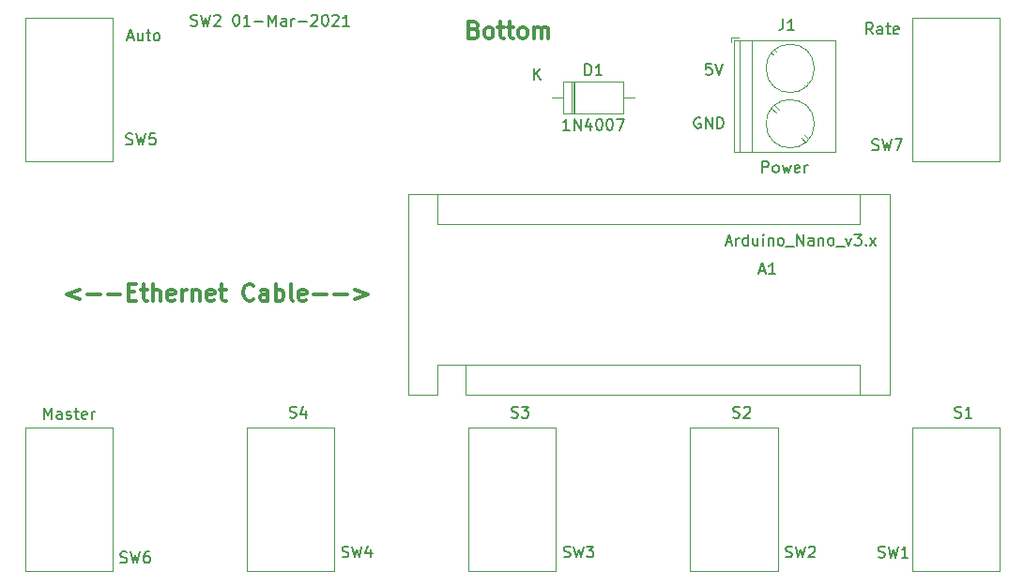
<source format=gbr>
G04 #@! TF.GenerationSoftware,KiCad,Pcbnew,(5.1.9)-1*
G04 #@! TF.CreationDate,2021-03-01T16:48:06-06:00*
G04 #@! TF.ProjectId,SW2,5357322e-6b69-4636-9164-5f7063625858,rev?*
G04 #@! TF.SameCoordinates,Original*
G04 #@! TF.FileFunction,Legend,Top*
G04 #@! TF.FilePolarity,Positive*
%FSLAX46Y46*%
G04 Gerber Fmt 4.6, Leading zero omitted, Abs format (unit mm)*
G04 Created by KiCad (PCBNEW (5.1.9)-1) date 2021-03-01 16:48:06*
%MOMM*%
%LPD*%
G01*
G04 APERTURE LIST*
%ADD10C,0.300000*%
%ADD11C,0.150000*%
%ADD12C,0.120000*%
G04 APERTURE END LIST*
D10*
X94073257Y-52293057D02*
X94287542Y-52364485D01*
X94358971Y-52435914D01*
X94430400Y-52578771D01*
X94430400Y-52793057D01*
X94358971Y-52935914D01*
X94287542Y-53007342D01*
X94144685Y-53078771D01*
X93573257Y-53078771D01*
X93573257Y-51578771D01*
X94073257Y-51578771D01*
X94216114Y-51650200D01*
X94287542Y-51721628D01*
X94358971Y-51864485D01*
X94358971Y-52007342D01*
X94287542Y-52150200D01*
X94216114Y-52221628D01*
X94073257Y-52293057D01*
X93573257Y-52293057D01*
X95287542Y-53078771D02*
X95144685Y-53007342D01*
X95073257Y-52935914D01*
X95001828Y-52793057D01*
X95001828Y-52364485D01*
X95073257Y-52221628D01*
X95144685Y-52150200D01*
X95287542Y-52078771D01*
X95501828Y-52078771D01*
X95644685Y-52150200D01*
X95716114Y-52221628D01*
X95787542Y-52364485D01*
X95787542Y-52793057D01*
X95716114Y-52935914D01*
X95644685Y-53007342D01*
X95501828Y-53078771D01*
X95287542Y-53078771D01*
X96216114Y-52078771D02*
X96787542Y-52078771D01*
X96430400Y-51578771D02*
X96430400Y-52864485D01*
X96501828Y-53007342D01*
X96644685Y-53078771D01*
X96787542Y-53078771D01*
X97073257Y-52078771D02*
X97644685Y-52078771D01*
X97287542Y-51578771D02*
X97287542Y-52864485D01*
X97358971Y-53007342D01*
X97501828Y-53078771D01*
X97644685Y-53078771D01*
X98358971Y-53078771D02*
X98216114Y-53007342D01*
X98144685Y-52935914D01*
X98073257Y-52793057D01*
X98073257Y-52364485D01*
X98144685Y-52221628D01*
X98216114Y-52150200D01*
X98358971Y-52078771D01*
X98573257Y-52078771D01*
X98716114Y-52150200D01*
X98787542Y-52221628D01*
X98858971Y-52364485D01*
X98858971Y-52793057D01*
X98787542Y-52935914D01*
X98716114Y-53007342D01*
X98573257Y-53078771D01*
X98358971Y-53078771D01*
X99501828Y-53078771D02*
X99501828Y-52078771D01*
X99501828Y-52221628D02*
X99573257Y-52150200D01*
X99716114Y-52078771D01*
X99930400Y-52078771D01*
X100073257Y-52150200D01*
X100144685Y-52293057D01*
X100144685Y-53078771D01*
X100144685Y-52293057D02*
X100216114Y-52150200D01*
X100358971Y-52078771D01*
X100573257Y-52078771D01*
X100716114Y-52150200D01*
X100787542Y-52293057D01*
X100787542Y-53078771D01*
X58462828Y-75776971D02*
X57319971Y-76205542D01*
X58462828Y-76634114D01*
X59177114Y-76205542D02*
X60319971Y-76205542D01*
X61034257Y-76205542D02*
X62177114Y-76205542D01*
X62891400Y-75991257D02*
X63391400Y-75991257D01*
X63605685Y-76776971D02*
X62891400Y-76776971D01*
X62891400Y-75276971D01*
X63605685Y-75276971D01*
X64034257Y-75776971D02*
X64605685Y-75776971D01*
X64248542Y-75276971D02*
X64248542Y-76562685D01*
X64319971Y-76705542D01*
X64462828Y-76776971D01*
X64605685Y-76776971D01*
X65105685Y-76776971D02*
X65105685Y-75276971D01*
X65748542Y-76776971D02*
X65748542Y-75991257D01*
X65677114Y-75848400D01*
X65534257Y-75776971D01*
X65319971Y-75776971D01*
X65177114Y-75848400D01*
X65105685Y-75919828D01*
X67034257Y-76705542D02*
X66891400Y-76776971D01*
X66605685Y-76776971D01*
X66462828Y-76705542D01*
X66391400Y-76562685D01*
X66391400Y-75991257D01*
X66462828Y-75848400D01*
X66605685Y-75776971D01*
X66891400Y-75776971D01*
X67034257Y-75848400D01*
X67105685Y-75991257D01*
X67105685Y-76134114D01*
X66391400Y-76276971D01*
X67748542Y-76776971D02*
X67748542Y-75776971D01*
X67748542Y-76062685D02*
X67819971Y-75919828D01*
X67891400Y-75848400D01*
X68034257Y-75776971D01*
X68177114Y-75776971D01*
X68677114Y-75776971D02*
X68677114Y-76776971D01*
X68677114Y-75919828D02*
X68748542Y-75848400D01*
X68891400Y-75776971D01*
X69105685Y-75776971D01*
X69248542Y-75848400D01*
X69319971Y-75991257D01*
X69319971Y-76776971D01*
X70605685Y-76705542D02*
X70462828Y-76776971D01*
X70177114Y-76776971D01*
X70034257Y-76705542D01*
X69962828Y-76562685D01*
X69962828Y-75991257D01*
X70034257Y-75848400D01*
X70177114Y-75776971D01*
X70462828Y-75776971D01*
X70605685Y-75848400D01*
X70677114Y-75991257D01*
X70677114Y-76134114D01*
X69962828Y-76276971D01*
X71105685Y-75776971D02*
X71677114Y-75776971D01*
X71319971Y-75276971D02*
X71319971Y-76562685D01*
X71391400Y-76705542D01*
X71534257Y-76776971D01*
X71677114Y-76776971D01*
X74177114Y-76634114D02*
X74105685Y-76705542D01*
X73891400Y-76776971D01*
X73748542Y-76776971D01*
X73534257Y-76705542D01*
X73391400Y-76562685D01*
X73319971Y-76419828D01*
X73248542Y-76134114D01*
X73248542Y-75919828D01*
X73319971Y-75634114D01*
X73391400Y-75491257D01*
X73534257Y-75348400D01*
X73748542Y-75276971D01*
X73891400Y-75276971D01*
X74105685Y-75348400D01*
X74177114Y-75419828D01*
X75462828Y-76776971D02*
X75462828Y-75991257D01*
X75391400Y-75848400D01*
X75248542Y-75776971D01*
X74962828Y-75776971D01*
X74819971Y-75848400D01*
X75462828Y-76705542D02*
X75319971Y-76776971D01*
X74962828Y-76776971D01*
X74819971Y-76705542D01*
X74748542Y-76562685D01*
X74748542Y-76419828D01*
X74819971Y-76276971D01*
X74962828Y-76205542D01*
X75319971Y-76205542D01*
X75462828Y-76134114D01*
X76177114Y-76776971D02*
X76177114Y-75276971D01*
X76177114Y-75848400D02*
X76319971Y-75776971D01*
X76605685Y-75776971D01*
X76748542Y-75848400D01*
X76819971Y-75919828D01*
X76891400Y-76062685D01*
X76891400Y-76491257D01*
X76819971Y-76634114D01*
X76748542Y-76705542D01*
X76605685Y-76776971D01*
X76319971Y-76776971D01*
X76177114Y-76705542D01*
X77748542Y-76776971D02*
X77605685Y-76705542D01*
X77534257Y-76562685D01*
X77534257Y-75276971D01*
X78891400Y-76705542D02*
X78748542Y-76776971D01*
X78462828Y-76776971D01*
X78319971Y-76705542D01*
X78248542Y-76562685D01*
X78248542Y-75991257D01*
X78319971Y-75848400D01*
X78462828Y-75776971D01*
X78748542Y-75776971D01*
X78891400Y-75848400D01*
X78962828Y-75991257D01*
X78962828Y-76134114D01*
X78248542Y-76276971D01*
X79605685Y-76205542D02*
X80748542Y-76205542D01*
X81462828Y-76205542D02*
X82605685Y-76205542D01*
X83319971Y-75776971D02*
X84462828Y-76205542D01*
X83319971Y-76634114D01*
D11*
X115481123Y-55383180D02*
X115004933Y-55383180D01*
X114957314Y-55859371D01*
X115004933Y-55811752D01*
X115100171Y-55764133D01*
X115338266Y-55764133D01*
X115433504Y-55811752D01*
X115481123Y-55859371D01*
X115528742Y-55954609D01*
X115528742Y-56192704D01*
X115481123Y-56287942D01*
X115433504Y-56335561D01*
X115338266Y-56383180D01*
X115100171Y-56383180D01*
X115004933Y-56335561D01*
X114957314Y-56287942D01*
X115814457Y-55383180D02*
X116147790Y-56383180D01*
X116481123Y-55383180D01*
X114477895Y-60282200D02*
X114382657Y-60234580D01*
X114239800Y-60234580D01*
X114096942Y-60282200D01*
X114001704Y-60377438D01*
X113954085Y-60472676D01*
X113906466Y-60663152D01*
X113906466Y-60806009D01*
X113954085Y-60996485D01*
X114001704Y-61091723D01*
X114096942Y-61186961D01*
X114239800Y-61234580D01*
X114335038Y-61234580D01*
X114477895Y-61186961D01*
X114525514Y-61139342D01*
X114525514Y-60806009D01*
X114335038Y-60806009D01*
X114954085Y-61234580D02*
X114954085Y-60234580D01*
X115525514Y-61234580D01*
X115525514Y-60234580D01*
X116001704Y-61234580D02*
X116001704Y-60234580D01*
X116239800Y-60234580D01*
X116382657Y-60282200D01*
X116477895Y-60377438D01*
X116525514Y-60472676D01*
X116573133Y-60663152D01*
X116573133Y-60806009D01*
X116525514Y-60996485D01*
X116477895Y-61091723D01*
X116382657Y-61186961D01*
X116239800Y-61234580D01*
X116001704Y-61234580D01*
X68523742Y-51915961D02*
X68666600Y-51963580D01*
X68904695Y-51963580D01*
X68999933Y-51915961D01*
X69047552Y-51868342D01*
X69095171Y-51773104D01*
X69095171Y-51677866D01*
X69047552Y-51582628D01*
X68999933Y-51535009D01*
X68904695Y-51487390D01*
X68714219Y-51439771D01*
X68618980Y-51392152D01*
X68571361Y-51344533D01*
X68523742Y-51249295D01*
X68523742Y-51154057D01*
X68571361Y-51058819D01*
X68618980Y-51011200D01*
X68714219Y-50963580D01*
X68952314Y-50963580D01*
X69095171Y-51011200D01*
X69428504Y-50963580D02*
X69666600Y-51963580D01*
X69857076Y-51249295D01*
X70047552Y-51963580D01*
X70285647Y-50963580D01*
X70618980Y-51058819D02*
X70666600Y-51011200D01*
X70761838Y-50963580D01*
X70999933Y-50963580D01*
X71095171Y-51011200D01*
X71142790Y-51058819D01*
X71190409Y-51154057D01*
X71190409Y-51249295D01*
X71142790Y-51392152D01*
X70571361Y-51963580D01*
X71190409Y-51963580D01*
X72571361Y-50963580D02*
X72666600Y-50963580D01*
X72761838Y-51011200D01*
X72809457Y-51058819D01*
X72857076Y-51154057D01*
X72904695Y-51344533D01*
X72904695Y-51582628D01*
X72857076Y-51773104D01*
X72809457Y-51868342D01*
X72761838Y-51915961D01*
X72666600Y-51963580D01*
X72571361Y-51963580D01*
X72476123Y-51915961D01*
X72428504Y-51868342D01*
X72380885Y-51773104D01*
X72333266Y-51582628D01*
X72333266Y-51344533D01*
X72380885Y-51154057D01*
X72428504Y-51058819D01*
X72476123Y-51011200D01*
X72571361Y-50963580D01*
X73857076Y-51963580D02*
X73285647Y-51963580D01*
X73571361Y-51963580D02*
X73571361Y-50963580D01*
X73476123Y-51106438D01*
X73380885Y-51201676D01*
X73285647Y-51249295D01*
X74285647Y-51582628D02*
X75047552Y-51582628D01*
X75523742Y-51963580D02*
X75523742Y-50963580D01*
X75857076Y-51677866D01*
X76190409Y-50963580D01*
X76190409Y-51963580D01*
X77095171Y-51963580D02*
X77095171Y-51439771D01*
X77047552Y-51344533D01*
X76952314Y-51296914D01*
X76761838Y-51296914D01*
X76666600Y-51344533D01*
X77095171Y-51915961D02*
X76999933Y-51963580D01*
X76761838Y-51963580D01*
X76666600Y-51915961D01*
X76618980Y-51820723D01*
X76618980Y-51725485D01*
X76666600Y-51630247D01*
X76761838Y-51582628D01*
X76999933Y-51582628D01*
X77095171Y-51535009D01*
X77571361Y-51963580D02*
X77571361Y-51296914D01*
X77571361Y-51487390D02*
X77618980Y-51392152D01*
X77666600Y-51344533D01*
X77761838Y-51296914D01*
X77857076Y-51296914D01*
X78190409Y-51582628D02*
X78952314Y-51582628D01*
X79380885Y-51058819D02*
X79428504Y-51011200D01*
X79523742Y-50963580D01*
X79761838Y-50963580D01*
X79857076Y-51011200D01*
X79904695Y-51058819D01*
X79952314Y-51154057D01*
X79952314Y-51249295D01*
X79904695Y-51392152D01*
X79333266Y-51963580D01*
X79952314Y-51963580D01*
X80571361Y-50963580D02*
X80666600Y-50963580D01*
X80761838Y-51011200D01*
X80809457Y-51058819D01*
X80857076Y-51154057D01*
X80904695Y-51344533D01*
X80904695Y-51582628D01*
X80857076Y-51773104D01*
X80809457Y-51868342D01*
X80761838Y-51915961D01*
X80666600Y-51963580D01*
X80571361Y-51963580D01*
X80476123Y-51915961D01*
X80428504Y-51868342D01*
X80380885Y-51773104D01*
X80333266Y-51582628D01*
X80333266Y-51344533D01*
X80380885Y-51154057D01*
X80428504Y-51058819D01*
X80476123Y-51011200D01*
X80571361Y-50963580D01*
X81285647Y-51058819D02*
X81333266Y-51011200D01*
X81428504Y-50963580D01*
X81666600Y-50963580D01*
X81761838Y-51011200D01*
X81809457Y-51058819D01*
X81857076Y-51154057D01*
X81857076Y-51249295D01*
X81809457Y-51392152D01*
X81238028Y-51963580D01*
X81857076Y-51963580D01*
X82809457Y-51963580D02*
X82238028Y-51963580D01*
X82523742Y-51963580D02*
X82523742Y-50963580D01*
X82428504Y-51106438D01*
X82333266Y-51201676D01*
X82238028Y-51249295D01*
D12*
X102105800Y-56975400D02*
X102105800Y-59915400D01*
X102105800Y-59915400D02*
X107545800Y-59915400D01*
X107545800Y-59915400D02*
X107545800Y-56975400D01*
X107545800Y-56975400D02*
X102105800Y-56975400D01*
X101085800Y-58445400D02*
X102105800Y-58445400D01*
X108565800Y-58445400D02*
X107545800Y-58445400D01*
X103005800Y-56975400D02*
X103005800Y-59915400D01*
X103125800Y-56975400D02*
X103125800Y-59915400D01*
X102885800Y-56975400D02*
X102885800Y-59915400D01*
X73563000Y-101226800D02*
X81462400Y-101226800D01*
X81462400Y-88222000D02*
X81462400Y-101226800D01*
X73563000Y-88222000D02*
X81462400Y-88222000D01*
X73563000Y-88222000D02*
X73563000Y-101226800D01*
X124760400Y-55803800D02*
G75*
G03*
X124760400Y-55803800I-2180000J0D01*
G01*
X124760400Y-60803800D02*
G75*
G03*
X124760400Y-60803800I-2180000J0D01*
G01*
X117980400Y-53243800D02*
X117980400Y-63363800D01*
X119080400Y-53243800D02*
X119080400Y-63363800D01*
X126640400Y-53243800D02*
X126640400Y-63363800D01*
X117520400Y-53243800D02*
X117520400Y-63363800D01*
X126640400Y-53243800D02*
X117520400Y-53243800D01*
X126640400Y-63363800D02*
X117520400Y-63363800D01*
X123968400Y-57457800D02*
X123861400Y-57350800D01*
X121033400Y-54521800D02*
X120926400Y-54415800D01*
X124234400Y-57191800D02*
X124127400Y-57084800D01*
X121299400Y-54255800D02*
X121192400Y-54149800D01*
X123968400Y-62457800D02*
X123572400Y-62062800D01*
X121306400Y-59796800D02*
X120926400Y-59416800D01*
X124234400Y-62191800D02*
X123854400Y-61811800D01*
X121588400Y-59545800D02*
X121192400Y-59150800D01*
X117920400Y-53003800D02*
X117280400Y-53003800D01*
X117280400Y-53003800D02*
X117280400Y-53403800D01*
X93319600Y-82564400D02*
X90779600Y-82564400D01*
X90779600Y-82564400D02*
X90779600Y-85234400D01*
X93319600Y-85234400D02*
X131549600Y-85234400D01*
X88109600Y-85234400D02*
X90779600Y-85234400D01*
X90779600Y-69864400D02*
X90779600Y-67194400D01*
X90779600Y-69864400D02*
X128879600Y-69864400D01*
X128879600Y-69864400D02*
X128879600Y-67194400D01*
X93319600Y-82564400D02*
X93319600Y-85234400D01*
X93319600Y-82564400D02*
X128879600Y-82564400D01*
X128879600Y-82564400D02*
X128879600Y-85234400D01*
X131549600Y-85234400D02*
X131549600Y-67194400D01*
X131549600Y-67194400D02*
X88109600Y-67194400D01*
X88109600Y-67194400D02*
X88109600Y-85234400D01*
X133563000Y-64226800D02*
X141462400Y-64226800D01*
X141462400Y-51222000D02*
X141462400Y-64226800D01*
X133563000Y-51222000D02*
X141462400Y-51222000D01*
X133563000Y-51222000D02*
X133563000Y-64226800D01*
X53563000Y-101226800D02*
X61462400Y-101226800D01*
X61462400Y-88222000D02*
X61462400Y-101226800D01*
X53563000Y-88222000D02*
X61462400Y-88222000D01*
X53563000Y-88222000D02*
X53563000Y-101226800D01*
X53563000Y-64226800D02*
X61462400Y-64226800D01*
X61462400Y-51222000D02*
X61462400Y-64226800D01*
X53563000Y-51222000D02*
X61462400Y-51222000D01*
X53563000Y-51222000D02*
X53563000Y-64226800D01*
X93563000Y-101226800D02*
X101462400Y-101226800D01*
X101462400Y-88222000D02*
X101462400Y-101226800D01*
X93563000Y-88222000D02*
X101462400Y-88222000D01*
X93563000Y-88222000D02*
X93563000Y-101226800D01*
X113563000Y-101226800D02*
X121462400Y-101226800D01*
X121462400Y-88222000D02*
X121462400Y-101226800D01*
X113563000Y-88222000D02*
X121462400Y-88222000D01*
X113563000Y-88222000D02*
X113563000Y-101226800D01*
X133563000Y-101226800D02*
X141462400Y-101226800D01*
X141462400Y-88222000D02*
X141462400Y-101226800D01*
X133563000Y-88222000D02*
X141462400Y-88222000D01*
X133563000Y-88222000D02*
X133563000Y-101226800D01*
D11*
X104087704Y-56427780D02*
X104087704Y-55427780D01*
X104325800Y-55427780D01*
X104468657Y-55475400D01*
X104563895Y-55570638D01*
X104611514Y-55665876D01*
X104659133Y-55856352D01*
X104659133Y-55999209D01*
X104611514Y-56189685D01*
X104563895Y-56284923D01*
X104468657Y-56380161D01*
X104325800Y-56427780D01*
X104087704Y-56427780D01*
X105611514Y-56427780D02*
X105040085Y-56427780D01*
X105325800Y-56427780D02*
X105325800Y-55427780D01*
X105230561Y-55570638D01*
X105135323Y-55665876D01*
X105040085Y-55713495D01*
X102682942Y-61367780D02*
X102111514Y-61367780D01*
X102397228Y-61367780D02*
X102397228Y-60367780D01*
X102301990Y-60510638D01*
X102206752Y-60605876D01*
X102111514Y-60653495D01*
X103111514Y-61367780D02*
X103111514Y-60367780D01*
X103682942Y-61367780D01*
X103682942Y-60367780D01*
X104587704Y-60701114D02*
X104587704Y-61367780D01*
X104349609Y-60320161D02*
X104111514Y-61034447D01*
X104730561Y-61034447D01*
X105301990Y-60367780D02*
X105397228Y-60367780D01*
X105492466Y-60415400D01*
X105540085Y-60463019D01*
X105587704Y-60558257D01*
X105635323Y-60748733D01*
X105635323Y-60986828D01*
X105587704Y-61177304D01*
X105540085Y-61272542D01*
X105492466Y-61320161D01*
X105397228Y-61367780D01*
X105301990Y-61367780D01*
X105206752Y-61320161D01*
X105159133Y-61272542D01*
X105111514Y-61177304D01*
X105063895Y-60986828D01*
X105063895Y-60748733D01*
X105111514Y-60558257D01*
X105159133Y-60463019D01*
X105206752Y-60415400D01*
X105301990Y-60367780D01*
X106254371Y-60367780D02*
X106349609Y-60367780D01*
X106444847Y-60415400D01*
X106492466Y-60463019D01*
X106540085Y-60558257D01*
X106587704Y-60748733D01*
X106587704Y-60986828D01*
X106540085Y-61177304D01*
X106492466Y-61272542D01*
X106444847Y-61320161D01*
X106349609Y-61367780D01*
X106254371Y-61367780D01*
X106159133Y-61320161D01*
X106111514Y-61272542D01*
X106063895Y-61177304D01*
X106016276Y-60986828D01*
X106016276Y-60748733D01*
X106063895Y-60558257D01*
X106111514Y-60463019D01*
X106159133Y-60415400D01*
X106254371Y-60367780D01*
X106921038Y-60367780D02*
X107587704Y-60367780D01*
X107159133Y-61367780D01*
X99483895Y-56797780D02*
X99483895Y-55797780D01*
X100055323Y-56797780D02*
X99626752Y-56226352D01*
X100055323Y-55797780D02*
X99483895Y-56369209D01*
X82166666Y-99904761D02*
X82309523Y-99952380D01*
X82547619Y-99952380D01*
X82642857Y-99904761D01*
X82690476Y-99857142D01*
X82738095Y-99761904D01*
X82738095Y-99666666D01*
X82690476Y-99571428D01*
X82642857Y-99523809D01*
X82547619Y-99476190D01*
X82357142Y-99428571D01*
X82261904Y-99380952D01*
X82214285Y-99333333D01*
X82166666Y-99238095D01*
X82166666Y-99142857D01*
X82214285Y-99047619D01*
X82261904Y-99000000D01*
X82357142Y-98952380D01*
X82595238Y-98952380D01*
X82738095Y-99000000D01*
X83071428Y-98952380D02*
X83309523Y-99952380D01*
X83500000Y-99238095D01*
X83690476Y-99952380D01*
X83928571Y-98952380D01*
X84738095Y-99285714D02*
X84738095Y-99952380D01*
X84500000Y-98904761D02*
X84261904Y-99619047D01*
X84880952Y-99619047D01*
X77449295Y-87305961D02*
X77592152Y-87353580D01*
X77830247Y-87353580D01*
X77925485Y-87305961D01*
X77973104Y-87258342D01*
X78020723Y-87163104D01*
X78020723Y-87067866D01*
X77973104Y-86972628D01*
X77925485Y-86925009D01*
X77830247Y-86877390D01*
X77639771Y-86829771D01*
X77544533Y-86782152D01*
X77496914Y-86734533D01*
X77449295Y-86639295D01*
X77449295Y-86544057D01*
X77496914Y-86448819D01*
X77544533Y-86401200D01*
X77639771Y-86353580D01*
X77877866Y-86353580D01*
X78020723Y-86401200D01*
X78877866Y-86686914D02*
X78877866Y-87353580D01*
X78639771Y-86305961D02*
X78401676Y-87020247D01*
X79020723Y-87020247D01*
X121942266Y-51344580D02*
X121942266Y-52058866D01*
X121894647Y-52201723D01*
X121799409Y-52296961D01*
X121656552Y-52344580D01*
X121561314Y-52344580D01*
X122942266Y-52344580D02*
X122370838Y-52344580D01*
X122656552Y-52344580D02*
X122656552Y-51344580D01*
X122561314Y-51487438D01*
X122466076Y-51582676D01*
X122370838Y-51630295D01*
X120070809Y-65196980D02*
X120070809Y-64196980D01*
X120451761Y-64196980D01*
X120547000Y-64244600D01*
X120594619Y-64292219D01*
X120642238Y-64387457D01*
X120642238Y-64530314D01*
X120594619Y-64625552D01*
X120547000Y-64673171D01*
X120451761Y-64720790D01*
X120070809Y-64720790D01*
X121213666Y-65196980D02*
X121118428Y-65149361D01*
X121070809Y-65101742D01*
X121023190Y-65006504D01*
X121023190Y-64720790D01*
X121070809Y-64625552D01*
X121118428Y-64577933D01*
X121213666Y-64530314D01*
X121356523Y-64530314D01*
X121451761Y-64577933D01*
X121499380Y-64625552D01*
X121547000Y-64720790D01*
X121547000Y-65006504D01*
X121499380Y-65101742D01*
X121451761Y-65149361D01*
X121356523Y-65196980D01*
X121213666Y-65196980D01*
X121880333Y-64530314D02*
X122070809Y-65196980D01*
X122261285Y-64720790D01*
X122451761Y-65196980D01*
X122642238Y-64530314D01*
X123404142Y-65149361D02*
X123308904Y-65196980D01*
X123118428Y-65196980D01*
X123023190Y-65149361D01*
X122975571Y-65054123D01*
X122975571Y-64673171D01*
X123023190Y-64577933D01*
X123118428Y-64530314D01*
X123308904Y-64530314D01*
X123404142Y-64577933D01*
X123451761Y-64673171D01*
X123451761Y-64768409D01*
X122975571Y-64863647D01*
X123880333Y-65196980D02*
X123880333Y-64530314D01*
X123880333Y-64720790D02*
X123927952Y-64625552D01*
X123975571Y-64577933D01*
X124070809Y-64530314D01*
X124166047Y-64530314D01*
X119808714Y-74069666D02*
X120284904Y-74069666D01*
X119713476Y-74355380D02*
X120046809Y-73355380D01*
X120380142Y-74355380D01*
X121237285Y-74355380D02*
X120665857Y-74355380D01*
X120951571Y-74355380D02*
X120951571Y-73355380D01*
X120856333Y-73498238D01*
X120761095Y-73593476D01*
X120665857Y-73641095D01*
X116811504Y-71501066D02*
X117287695Y-71501066D01*
X116716266Y-71786780D02*
X117049600Y-70786780D01*
X117382933Y-71786780D01*
X117716266Y-71786780D02*
X117716266Y-71120114D01*
X117716266Y-71310590D02*
X117763885Y-71215352D01*
X117811504Y-71167733D01*
X117906742Y-71120114D01*
X118001980Y-71120114D01*
X118763885Y-71786780D02*
X118763885Y-70786780D01*
X118763885Y-71739161D02*
X118668647Y-71786780D01*
X118478171Y-71786780D01*
X118382933Y-71739161D01*
X118335314Y-71691542D01*
X118287695Y-71596304D01*
X118287695Y-71310590D01*
X118335314Y-71215352D01*
X118382933Y-71167733D01*
X118478171Y-71120114D01*
X118668647Y-71120114D01*
X118763885Y-71167733D01*
X119668647Y-71120114D02*
X119668647Y-71786780D01*
X119240076Y-71120114D02*
X119240076Y-71643923D01*
X119287695Y-71739161D01*
X119382933Y-71786780D01*
X119525790Y-71786780D01*
X119621028Y-71739161D01*
X119668647Y-71691542D01*
X120144838Y-71786780D02*
X120144838Y-71120114D01*
X120144838Y-70786780D02*
X120097219Y-70834400D01*
X120144838Y-70882019D01*
X120192457Y-70834400D01*
X120144838Y-70786780D01*
X120144838Y-70882019D01*
X120621028Y-71120114D02*
X120621028Y-71786780D01*
X120621028Y-71215352D02*
X120668647Y-71167733D01*
X120763885Y-71120114D01*
X120906742Y-71120114D01*
X121001980Y-71167733D01*
X121049600Y-71262971D01*
X121049600Y-71786780D01*
X121668647Y-71786780D02*
X121573409Y-71739161D01*
X121525790Y-71691542D01*
X121478171Y-71596304D01*
X121478171Y-71310590D01*
X121525790Y-71215352D01*
X121573409Y-71167733D01*
X121668647Y-71120114D01*
X121811504Y-71120114D01*
X121906742Y-71167733D01*
X121954361Y-71215352D01*
X122001980Y-71310590D01*
X122001980Y-71596304D01*
X121954361Y-71691542D01*
X121906742Y-71739161D01*
X121811504Y-71786780D01*
X121668647Y-71786780D01*
X122192457Y-71882019D02*
X122954361Y-71882019D01*
X123192457Y-71786780D02*
X123192457Y-70786780D01*
X123763885Y-71786780D01*
X123763885Y-70786780D01*
X124668647Y-71786780D02*
X124668647Y-71262971D01*
X124621028Y-71167733D01*
X124525790Y-71120114D01*
X124335314Y-71120114D01*
X124240076Y-71167733D01*
X124668647Y-71739161D02*
X124573409Y-71786780D01*
X124335314Y-71786780D01*
X124240076Y-71739161D01*
X124192457Y-71643923D01*
X124192457Y-71548685D01*
X124240076Y-71453447D01*
X124335314Y-71405828D01*
X124573409Y-71405828D01*
X124668647Y-71358209D01*
X125144838Y-71120114D02*
X125144838Y-71786780D01*
X125144838Y-71215352D02*
X125192457Y-71167733D01*
X125287695Y-71120114D01*
X125430552Y-71120114D01*
X125525790Y-71167733D01*
X125573409Y-71262971D01*
X125573409Y-71786780D01*
X126192457Y-71786780D02*
X126097219Y-71739161D01*
X126049600Y-71691542D01*
X126001980Y-71596304D01*
X126001980Y-71310590D01*
X126049600Y-71215352D01*
X126097219Y-71167733D01*
X126192457Y-71120114D01*
X126335314Y-71120114D01*
X126430552Y-71167733D01*
X126478171Y-71215352D01*
X126525790Y-71310590D01*
X126525790Y-71596304D01*
X126478171Y-71691542D01*
X126430552Y-71739161D01*
X126335314Y-71786780D01*
X126192457Y-71786780D01*
X126716266Y-71882019D02*
X127478171Y-71882019D01*
X127621028Y-71120114D02*
X127859123Y-71786780D01*
X128097219Y-71120114D01*
X128382933Y-70786780D02*
X129001980Y-70786780D01*
X128668647Y-71167733D01*
X128811504Y-71167733D01*
X128906742Y-71215352D01*
X128954361Y-71262971D01*
X129001980Y-71358209D01*
X129001980Y-71596304D01*
X128954361Y-71691542D01*
X128906742Y-71739161D01*
X128811504Y-71786780D01*
X128525790Y-71786780D01*
X128430552Y-71739161D01*
X128382933Y-71691542D01*
X129430552Y-71691542D02*
X129478171Y-71739161D01*
X129430552Y-71786780D01*
X129382933Y-71739161D01*
X129430552Y-71691542D01*
X129430552Y-71786780D01*
X129811504Y-71786780D02*
X130335314Y-71120114D01*
X129811504Y-71120114D02*
X130335314Y-71786780D01*
X129984666Y-63142761D02*
X130127523Y-63190380D01*
X130365619Y-63190380D01*
X130460857Y-63142761D01*
X130508476Y-63095142D01*
X130556095Y-62999904D01*
X130556095Y-62904666D01*
X130508476Y-62809428D01*
X130460857Y-62761809D01*
X130365619Y-62714190D01*
X130175142Y-62666571D01*
X130079904Y-62618952D01*
X130032285Y-62571333D01*
X129984666Y-62476095D01*
X129984666Y-62380857D01*
X130032285Y-62285619D01*
X130079904Y-62238000D01*
X130175142Y-62190380D01*
X130413238Y-62190380D01*
X130556095Y-62238000D01*
X130889428Y-62190380D02*
X131127523Y-63190380D01*
X131318000Y-62476095D01*
X131508476Y-63190380D01*
X131746571Y-62190380D01*
X132032285Y-62190380D02*
X132698952Y-62190380D01*
X132270380Y-63190380D01*
X130038857Y-52690380D02*
X129705523Y-52214190D01*
X129467428Y-52690380D02*
X129467428Y-51690380D01*
X129848380Y-51690380D01*
X129943619Y-51738000D01*
X129991238Y-51785619D01*
X130038857Y-51880857D01*
X130038857Y-52023714D01*
X129991238Y-52118952D01*
X129943619Y-52166571D01*
X129848380Y-52214190D01*
X129467428Y-52214190D01*
X130896000Y-52690380D02*
X130896000Y-52166571D01*
X130848380Y-52071333D01*
X130753142Y-52023714D01*
X130562666Y-52023714D01*
X130467428Y-52071333D01*
X130896000Y-52642761D02*
X130800761Y-52690380D01*
X130562666Y-52690380D01*
X130467428Y-52642761D01*
X130419809Y-52547523D01*
X130419809Y-52452285D01*
X130467428Y-52357047D01*
X130562666Y-52309428D01*
X130800761Y-52309428D01*
X130896000Y-52261809D01*
X131229333Y-52023714D02*
X131610285Y-52023714D01*
X131372190Y-51690380D02*
X131372190Y-52547523D01*
X131419809Y-52642761D01*
X131515047Y-52690380D01*
X131610285Y-52690380D01*
X132324571Y-52642761D02*
X132229333Y-52690380D01*
X132038857Y-52690380D01*
X131943619Y-52642761D01*
X131896000Y-52547523D01*
X131896000Y-52166571D01*
X131943619Y-52071333D01*
X132038857Y-52023714D01*
X132229333Y-52023714D01*
X132324571Y-52071333D01*
X132372190Y-52166571D01*
X132372190Y-52261809D01*
X131896000Y-52357047D01*
X62166666Y-100404761D02*
X62309523Y-100452380D01*
X62547619Y-100452380D01*
X62642857Y-100404761D01*
X62690476Y-100357142D01*
X62738095Y-100261904D01*
X62738095Y-100166666D01*
X62690476Y-100071428D01*
X62642857Y-100023809D01*
X62547619Y-99976190D01*
X62357142Y-99928571D01*
X62261904Y-99880952D01*
X62214285Y-99833333D01*
X62166666Y-99738095D01*
X62166666Y-99642857D01*
X62214285Y-99547619D01*
X62261904Y-99500000D01*
X62357142Y-99452380D01*
X62595238Y-99452380D01*
X62738095Y-99500000D01*
X63071428Y-99452380D02*
X63309523Y-100452380D01*
X63500000Y-99738095D01*
X63690476Y-100452380D01*
X63928571Y-99452380D01*
X64738095Y-99452380D02*
X64547619Y-99452380D01*
X64452380Y-99500000D01*
X64404761Y-99547619D01*
X64309523Y-99690476D01*
X64261904Y-99880952D01*
X64261904Y-100261904D01*
X64309523Y-100357142D01*
X64357142Y-100404761D01*
X64452380Y-100452380D01*
X64642857Y-100452380D01*
X64738095Y-100404761D01*
X64785714Y-100357142D01*
X64833333Y-100261904D01*
X64833333Y-100023809D01*
X64785714Y-99928571D01*
X64738095Y-99880952D01*
X64642857Y-99833333D01*
X64452380Y-99833333D01*
X64357142Y-99880952D01*
X64309523Y-99928571D01*
X64261904Y-100023809D01*
X55285714Y-87452380D02*
X55285714Y-86452380D01*
X55619047Y-87166666D01*
X55952380Y-86452380D01*
X55952380Y-87452380D01*
X56857142Y-87452380D02*
X56857142Y-86928571D01*
X56809523Y-86833333D01*
X56714285Y-86785714D01*
X56523809Y-86785714D01*
X56428571Y-86833333D01*
X56857142Y-87404761D02*
X56761904Y-87452380D01*
X56523809Y-87452380D01*
X56428571Y-87404761D01*
X56380952Y-87309523D01*
X56380952Y-87214285D01*
X56428571Y-87119047D01*
X56523809Y-87071428D01*
X56761904Y-87071428D01*
X56857142Y-87023809D01*
X57285714Y-87404761D02*
X57380952Y-87452380D01*
X57571428Y-87452380D01*
X57666666Y-87404761D01*
X57714285Y-87309523D01*
X57714285Y-87261904D01*
X57666666Y-87166666D01*
X57571428Y-87119047D01*
X57428571Y-87119047D01*
X57333333Y-87071428D01*
X57285714Y-86976190D01*
X57285714Y-86928571D01*
X57333333Y-86833333D01*
X57428571Y-86785714D01*
X57571428Y-86785714D01*
X57666666Y-86833333D01*
X58000000Y-86785714D02*
X58380952Y-86785714D01*
X58142857Y-86452380D02*
X58142857Y-87309523D01*
X58190476Y-87404761D01*
X58285714Y-87452380D01*
X58380952Y-87452380D01*
X59095238Y-87404761D02*
X59000000Y-87452380D01*
X58809523Y-87452380D01*
X58714285Y-87404761D01*
X58666666Y-87309523D01*
X58666666Y-86928571D01*
X58714285Y-86833333D01*
X58809523Y-86785714D01*
X59000000Y-86785714D01*
X59095238Y-86833333D01*
X59142857Y-86928571D01*
X59142857Y-87023809D01*
X58666666Y-87119047D01*
X59571428Y-87452380D02*
X59571428Y-86785714D01*
X59571428Y-86976190D02*
X59619047Y-86880952D01*
X59666666Y-86833333D01*
X59761904Y-86785714D01*
X59857142Y-86785714D01*
X62674666Y-62634761D02*
X62817523Y-62682380D01*
X63055619Y-62682380D01*
X63150857Y-62634761D01*
X63198476Y-62587142D01*
X63246095Y-62491904D01*
X63246095Y-62396666D01*
X63198476Y-62301428D01*
X63150857Y-62253809D01*
X63055619Y-62206190D01*
X62865142Y-62158571D01*
X62769904Y-62110952D01*
X62722285Y-62063333D01*
X62674666Y-61968095D01*
X62674666Y-61872857D01*
X62722285Y-61777619D01*
X62769904Y-61730000D01*
X62865142Y-61682380D01*
X63103238Y-61682380D01*
X63246095Y-61730000D01*
X63579428Y-61682380D02*
X63817523Y-62682380D01*
X64008000Y-61968095D01*
X64198476Y-62682380D01*
X64436571Y-61682380D01*
X65293714Y-61682380D02*
X64817523Y-61682380D01*
X64769904Y-62158571D01*
X64817523Y-62110952D01*
X64912761Y-62063333D01*
X65150857Y-62063333D01*
X65246095Y-62110952D01*
X65293714Y-62158571D01*
X65341333Y-62253809D01*
X65341333Y-62491904D01*
X65293714Y-62587142D01*
X65246095Y-62634761D01*
X65150857Y-62682380D01*
X64912761Y-62682380D01*
X64817523Y-62634761D01*
X64769904Y-62587142D01*
X62833428Y-52998666D02*
X63309619Y-52998666D01*
X62738190Y-53284380D02*
X63071523Y-52284380D01*
X63404857Y-53284380D01*
X64166761Y-52617714D02*
X64166761Y-53284380D01*
X63738190Y-52617714D02*
X63738190Y-53141523D01*
X63785809Y-53236761D01*
X63881047Y-53284380D01*
X64023904Y-53284380D01*
X64119142Y-53236761D01*
X64166761Y-53189142D01*
X64500095Y-52617714D02*
X64881047Y-52617714D01*
X64642952Y-52284380D02*
X64642952Y-53141523D01*
X64690571Y-53236761D01*
X64785809Y-53284380D01*
X64881047Y-53284380D01*
X65357238Y-53284380D02*
X65262000Y-53236761D01*
X65214380Y-53189142D01*
X65166761Y-53093904D01*
X65166761Y-52808190D01*
X65214380Y-52712952D01*
X65262000Y-52665333D01*
X65357238Y-52617714D01*
X65500095Y-52617714D01*
X65595333Y-52665333D01*
X65642952Y-52712952D01*
X65690571Y-52808190D01*
X65690571Y-53093904D01*
X65642952Y-53189142D01*
X65595333Y-53236761D01*
X65500095Y-53284380D01*
X65357238Y-53284380D01*
X102166666Y-99904761D02*
X102309523Y-99952380D01*
X102547619Y-99952380D01*
X102642857Y-99904761D01*
X102690476Y-99857142D01*
X102738095Y-99761904D01*
X102738095Y-99666666D01*
X102690476Y-99571428D01*
X102642857Y-99523809D01*
X102547619Y-99476190D01*
X102357142Y-99428571D01*
X102261904Y-99380952D01*
X102214285Y-99333333D01*
X102166666Y-99238095D01*
X102166666Y-99142857D01*
X102214285Y-99047619D01*
X102261904Y-99000000D01*
X102357142Y-98952380D01*
X102595238Y-98952380D01*
X102738095Y-99000000D01*
X103071428Y-98952380D02*
X103309523Y-99952380D01*
X103500000Y-99238095D01*
X103690476Y-99952380D01*
X103928571Y-98952380D01*
X104214285Y-98952380D02*
X104833333Y-98952380D01*
X104500000Y-99333333D01*
X104642857Y-99333333D01*
X104738095Y-99380952D01*
X104785714Y-99428571D01*
X104833333Y-99523809D01*
X104833333Y-99761904D01*
X104785714Y-99857142D01*
X104738095Y-99904761D01*
X104642857Y-99952380D01*
X104357142Y-99952380D01*
X104261904Y-99904761D01*
X104214285Y-99857142D01*
X97449295Y-87305961D02*
X97592152Y-87353580D01*
X97830247Y-87353580D01*
X97925485Y-87305961D01*
X97973104Y-87258342D01*
X98020723Y-87163104D01*
X98020723Y-87067866D01*
X97973104Y-86972628D01*
X97925485Y-86925009D01*
X97830247Y-86877390D01*
X97639771Y-86829771D01*
X97544533Y-86782152D01*
X97496914Y-86734533D01*
X97449295Y-86639295D01*
X97449295Y-86544057D01*
X97496914Y-86448819D01*
X97544533Y-86401200D01*
X97639771Y-86353580D01*
X97877866Y-86353580D01*
X98020723Y-86401200D01*
X98354057Y-86353580D02*
X98973104Y-86353580D01*
X98639771Y-86734533D01*
X98782628Y-86734533D01*
X98877866Y-86782152D01*
X98925485Y-86829771D01*
X98973104Y-86925009D01*
X98973104Y-87163104D01*
X98925485Y-87258342D01*
X98877866Y-87305961D01*
X98782628Y-87353580D01*
X98496914Y-87353580D01*
X98401676Y-87305961D01*
X98354057Y-87258342D01*
X122166666Y-99904761D02*
X122309523Y-99952380D01*
X122547619Y-99952380D01*
X122642857Y-99904761D01*
X122690476Y-99857142D01*
X122738095Y-99761904D01*
X122738095Y-99666666D01*
X122690476Y-99571428D01*
X122642857Y-99523809D01*
X122547619Y-99476190D01*
X122357142Y-99428571D01*
X122261904Y-99380952D01*
X122214285Y-99333333D01*
X122166666Y-99238095D01*
X122166666Y-99142857D01*
X122214285Y-99047619D01*
X122261904Y-99000000D01*
X122357142Y-98952380D01*
X122595238Y-98952380D01*
X122738095Y-99000000D01*
X123071428Y-98952380D02*
X123309523Y-99952380D01*
X123500000Y-99238095D01*
X123690476Y-99952380D01*
X123928571Y-98952380D01*
X124261904Y-99047619D02*
X124309523Y-99000000D01*
X124404761Y-98952380D01*
X124642857Y-98952380D01*
X124738095Y-99000000D01*
X124785714Y-99047619D01*
X124833333Y-99142857D01*
X124833333Y-99238095D01*
X124785714Y-99380952D01*
X124214285Y-99952380D01*
X124833333Y-99952380D01*
X117449295Y-87305961D02*
X117592152Y-87353580D01*
X117830247Y-87353580D01*
X117925485Y-87305961D01*
X117973104Y-87258342D01*
X118020723Y-87163104D01*
X118020723Y-87067866D01*
X117973104Y-86972628D01*
X117925485Y-86925009D01*
X117830247Y-86877390D01*
X117639771Y-86829771D01*
X117544533Y-86782152D01*
X117496914Y-86734533D01*
X117449295Y-86639295D01*
X117449295Y-86544057D01*
X117496914Y-86448819D01*
X117544533Y-86401200D01*
X117639771Y-86353580D01*
X117877866Y-86353580D01*
X118020723Y-86401200D01*
X118401676Y-86448819D02*
X118449295Y-86401200D01*
X118544533Y-86353580D01*
X118782628Y-86353580D01*
X118877866Y-86401200D01*
X118925485Y-86448819D01*
X118973104Y-86544057D01*
X118973104Y-86639295D01*
X118925485Y-86782152D01*
X118354057Y-87353580D01*
X118973104Y-87353580D01*
X130543466Y-99921961D02*
X130686323Y-99969580D01*
X130924419Y-99969580D01*
X131019657Y-99921961D01*
X131067276Y-99874342D01*
X131114895Y-99779104D01*
X131114895Y-99683866D01*
X131067276Y-99588628D01*
X131019657Y-99541009D01*
X130924419Y-99493390D01*
X130733942Y-99445771D01*
X130638704Y-99398152D01*
X130591085Y-99350533D01*
X130543466Y-99255295D01*
X130543466Y-99160057D01*
X130591085Y-99064819D01*
X130638704Y-99017200D01*
X130733942Y-98969580D01*
X130972038Y-98969580D01*
X131114895Y-99017200D01*
X131448228Y-98969580D02*
X131686323Y-99969580D01*
X131876800Y-99255295D01*
X132067276Y-99969580D01*
X132305371Y-98969580D01*
X133210133Y-99969580D02*
X132638704Y-99969580D01*
X132924419Y-99969580D02*
X132924419Y-98969580D01*
X132829180Y-99112438D01*
X132733942Y-99207676D01*
X132638704Y-99255295D01*
X137449295Y-87305961D02*
X137592152Y-87353580D01*
X137830247Y-87353580D01*
X137925485Y-87305961D01*
X137973104Y-87258342D01*
X138020723Y-87163104D01*
X138020723Y-87067866D01*
X137973104Y-86972628D01*
X137925485Y-86925009D01*
X137830247Y-86877390D01*
X137639771Y-86829771D01*
X137544533Y-86782152D01*
X137496914Y-86734533D01*
X137449295Y-86639295D01*
X137449295Y-86544057D01*
X137496914Y-86448819D01*
X137544533Y-86401200D01*
X137639771Y-86353580D01*
X137877866Y-86353580D01*
X138020723Y-86401200D01*
X138973104Y-87353580D02*
X138401676Y-87353580D01*
X138687390Y-87353580D02*
X138687390Y-86353580D01*
X138592152Y-86496438D01*
X138496914Y-86591676D01*
X138401676Y-86639295D01*
M02*

</source>
